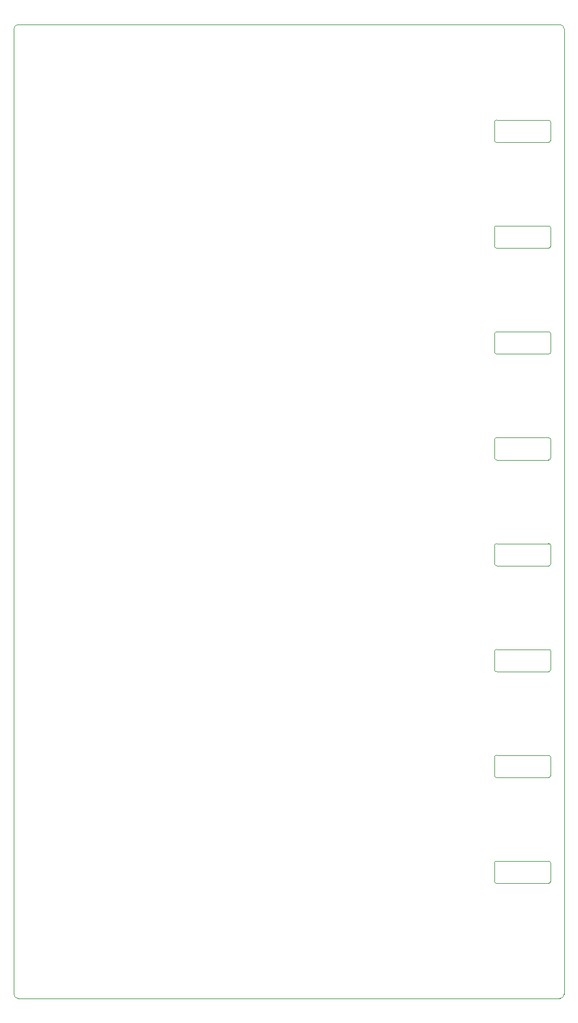
<source format=gm1>
G04 #@! TF.GenerationSoftware,KiCad,Pcbnew,(5.1.10)-1*
G04 #@! TF.CreationDate,2021-12-21T11:04:14-05:00*
G04 #@! TF.ProjectId,backplane,6261636b-706c-4616-9e65-2e6b69636164,A1*
G04 #@! TF.SameCoordinates,Original*
G04 #@! TF.FileFunction,Profile,NP*
%FSLAX46Y46*%
G04 Gerber Fmt 4.6, Leading zero omitted, Abs format (unit mm)*
G04 Created by KiCad (PCBNEW (5.1.10)-1) date 2021-12-21 11:04:14*
%MOMM*%
%LPD*%
G01*
G04 APERTURE LIST*
G04 #@! TA.AperFunction,Profile*
%ADD10C,0.050000*%
G04 #@! TD*
G04 APERTURE END LIST*
D10*
X134522000Y-54282000D02*
X134522000Y-51728000D01*
X134226000Y-51432000D02*
G75*
G02*
X134522000Y-51728000I0J-296000D01*
G01*
X126842000Y-51432000D02*
X134226000Y-51432000D01*
X126546000Y-51728000D02*
G75*
G02*
X126842000Y-51432000I296000J0D01*
G01*
X134522000Y-54282000D02*
G75*
G02*
X134226000Y-54578000I-296000J0D01*
G01*
X126842000Y-54578000D02*
X134226000Y-54578000D01*
X126842000Y-54578000D02*
G75*
G02*
X126546000Y-54282000I0J296000D01*
G01*
X126546000Y-54282000D02*
X126546000Y-51728000D01*
X134522000Y-69282000D02*
X134522000Y-66728000D01*
X134226000Y-66432000D02*
G75*
G02*
X134522000Y-66728000I0J-296000D01*
G01*
X126842000Y-66432000D02*
X134226000Y-66432000D01*
X126546000Y-66728000D02*
G75*
G02*
X126842000Y-66432000I296000J0D01*
G01*
X134522000Y-69282000D02*
G75*
G02*
X134226000Y-69578000I-296000J0D01*
G01*
X126842000Y-69578000D02*
X134226000Y-69578000D01*
X126842000Y-69578000D02*
G75*
G02*
X126546000Y-69282000I0J296000D01*
G01*
X126546000Y-69282000D02*
X126546000Y-66728000D01*
X134522000Y-84282000D02*
X134522000Y-81728000D01*
X134226000Y-81432000D02*
G75*
G02*
X134522000Y-81728000I0J-296000D01*
G01*
X126842000Y-81432000D02*
X134226000Y-81432000D01*
X126546000Y-81728000D02*
G75*
G02*
X126842000Y-81432000I296000J0D01*
G01*
X134522000Y-84282000D02*
G75*
G02*
X134226000Y-84578000I-296000J0D01*
G01*
X126842000Y-84578000D02*
X134226000Y-84578000D01*
X126842000Y-84578000D02*
G75*
G02*
X126546000Y-84282000I0J296000D01*
G01*
X126546000Y-84282000D02*
X126546000Y-81728000D01*
X134522000Y-99282000D02*
X134522000Y-96728000D01*
X134226000Y-96432000D02*
G75*
G02*
X134522000Y-96728000I0J-296000D01*
G01*
X126842000Y-96432000D02*
X134226000Y-96432000D01*
X126546000Y-96728000D02*
G75*
G02*
X126842000Y-96432000I296000J0D01*
G01*
X134522000Y-99282000D02*
G75*
G02*
X134226000Y-99578000I-296000J0D01*
G01*
X126842000Y-99578000D02*
X134226000Y-99578000D01*
X126842000Y-99578000D02*
G75*
G02*
X126546000Y-99282000I0J296000D01*
G01*
X126546000Y-99282000D02*
X126546000Y-96728000D01*
X134522000Y-114282000D02*
X134522000Y-111728000D01*
X134226000Y-111432000D02*
G75*
G02*
X134522000Y-111728000I0J-296000D01*
G01*
X126842000Y-111432000D02*
X134226000Y-111432000D01*
X126546000Y-111728000D02*
G75*
G02*
X126842000Y-111432000I296000J0D01*
G01*
X134522000Y-114282000D02*
G75*
G02*
X134226000Y-114578000I-296000J0D01*
G01*
X126842000Y-114578000D02*
X134226000Y-114578000D01*
X126842000Y-114578000D02*
G75*
G02*
X126546000Y-114282000I0J296000D01*
G01*
X126546000Y-114282000D02*
X126546000Y-111728000D01*
X134522000Y-129282000D02*
X134522000Y-126728000D01*
X134226000Y-126432000D02*
G75*
G02*
X134522000Y-126728000I0J-296000D01*
G01*
X126842000Y-126432000D02*
X134226000Y-126432000D01*
X126546000Y-126728000D02*
G75*
G02*
X126842000Y-126432000I296000J0D01*
G01*
X134522000Y-129282000D02*
G75*
G02*
X134226000Y-129578000I-296000J0D01*
G01*
X126842000Y-129578000D02*
X134226000Y-129578000D01*
X126842000Y-129578000D02*
G75*
G02*
X126546000Y-129282000I0J296000D01*
G01*
X126546000Y-129282000D02*
X126546000Y-126728000D01*
X134522000Y-144282000D02*
X134522000Y-141728000D01*
X134226000Y-141432000D02*
G75*
G02*
X134522000Y-141728000I0J-296000D01*
G01*
X126842000Y-141432000D02*
X134226000Y-141432000D01*
X126546000Y-141728000D02*
G75*
G02*
X126842000Y-141432000I296000J0D01*
G01*
X134522000Y-144282000D02*
G75*
G02*
X134226000Y-144578000I-296000J0D01*
G01*
X126842000Y-144578000D02*
X134226000Y-144578000D01*
X126842000Y-144578000D02*
G75*
G02*
X126546000Y-144282000I0J296000D01*
G01*
X126546000Y-144282000D02*
X126546000Y-141728000D01*
X126842000Y-156432000D02*
X134226000Y-156432000D01*
X126546000Y-156728000D02*
G75*
G02*
X126842000Y-156432000I296000J0D01*
G01*
X134226000Y-156432000D02*
G75*
G02*
X134522000Y-156728000I0J-296000D01*
G01*
X134522000Y-159282000D02*
X134522000Y-156728000D01*
X134522000Y-159282000D02*
G75*
G02*
X134226000Y-159578000I-296000J0D01*
G01*
X126842000Y-159578000D02*
G75*
G02*
X126546000Y-159282000I0J296000D01*
G01*
X126546000Y-159282000D02*
X126546000Y-156728000D01*
X126842000Y-159578000D02*
X134226000Y-159578000D01*
X136409000Y-38495000D02*
G75*
G03*
X135809000Y-37895000I-600000J0D01*
G01*
X58409000Y-38495000D02*
G75*
G02*
X59009000Y-37895000I600000J0D01*
G01*
X135809000Y-37895000D02*
X59009000Y-37895000D01*
X136409000Y-175295000D02*
G75*
G02*
X135809000Y-175895000I-600000J0D01*
G01*
X136409000Y-175295000D02*
X136409000Y-38495000D01*
X58409000Y-175295000D02*
G75*
G03*
X59009000Y-175895000I600000J0D01*
G01*
X58409000Y-175295000D02*
X58409000Y-38495000D01*
X59009000Y-175895000D02*
X135809000Y-175895000D01*
M02*

</source>
